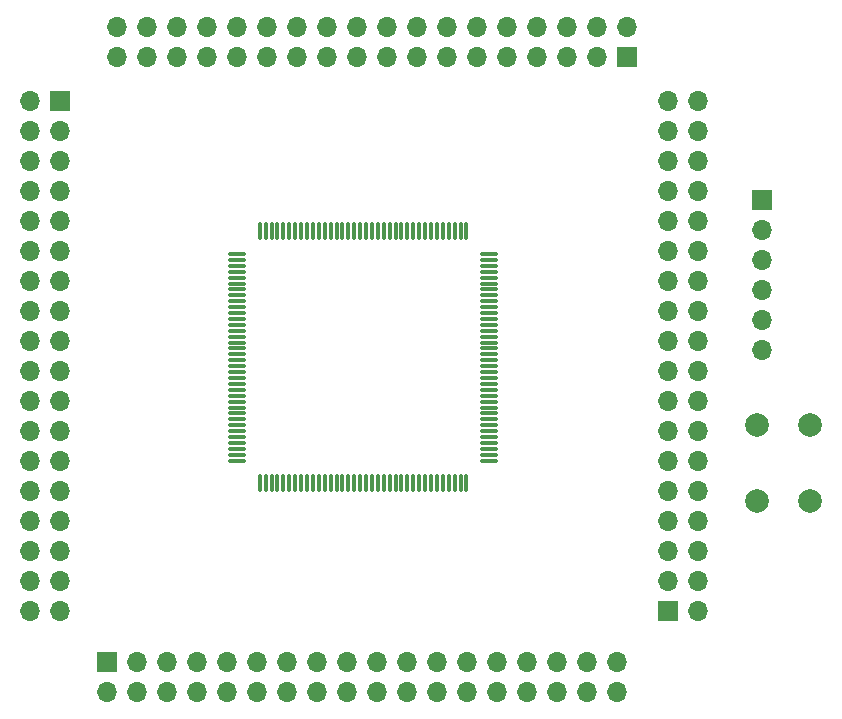
<source format=gbr>
%TF.GenerationSoftware,KiCad,Pcbnew,7.0.0*%
%TF.CreationDate,2023-03-08T02:35:56-06:00*%
%TF.ProjectId,finalproj_breakout,66696e61-6c70-4726-9f6a-5f627265616b,rev?*%
%TF.SameCoordinates,Original*%
%TF.FileFunction,Soldermask,Top*%
%TF.FilePolarity,Negative*%
%FSLAX46Y46*%
G04 Gerber Fmt 4.6, Leading zero omitted, Abs format (unit mm)*
G04 Created by KiCad (PCBNEW 7.0.0) date 2023-03-08 02:35:56*
%MOMM*%
%LPD*%
G01*
G04 APERTURE LIST*
G04 Aperture macros list*
%AMRoundRect*
0 Rectangle with rounded corners*
0 $1 Rounding radius*
0 $2 $3 $4 $5 $6 $7 $8 $9 X,Y pos of 4 corners*
0 Add a 4 corners polygon primitive as box body*
4,1,4,$2,$3,$4,$5,$6,$7,$8,$9,$2,$3,0*
0 Add four circle primitives for the rounded corners*
1,1,$1+$1,$2,$3*
1,1,$1+$1,$4,$5*
1,1,$1+$1,$6,$7*
1,1,$1+$1,$8,$9*
0 Add four rect primitives between the rounded corners*
20,1,$1+$1,$2,$3,$4,$5,0*
20,1,$1+$1,$4,$5,$6,$7,0*
20,1,$1+$1,$6,$7,$8,$9,0*
20,1,$1+$1,$8,$9,$2,$3,0*%
G04 Aperture macros list end*
%ADD10R,1.700000X1.700000*%
%ADD11O,1.700000X1.700000*%
%ADD12C,2.000000*%
%ADD13RoundRect,0.075000X-0.662500X-0.075000X0.662500X-0.075000X0.662500X0.075000X-0.662500X0.075000X0*%
%ADD14RoundRect,0.075000X-0.075000X-0.662500X0.075000X-0.662500X0.075000X0.662500X-0.075000X0.662500X0*%
G04 APERTURE END LIST*
D10*
%TO.C,J8*%
X226059999Y-65912999D03*
D11*
X226059999Y-68452999D03*
X226059999Y-70992999D03*
X226059999Y-73532999D03*
X226059999Y-76072999D03*
X226059999Y-78612999D03*
%TD*%
D12*
%TO.C,SW1*%
X225624000Y-91440000D03*
X225624000Y-84940000D03*
X230124000Y-91440000D03*
X230124000Y-84940000D03*
%TD*%
D13*
%TO.C,U1*%
X181615500Y-70498000D03*
X181615500Y-70998000D03*
X181615500Y-71498000D03*
X181615500Y-71998000D03*
X181615500Y-72498000D03*
X181615500Y-72998000D03*
X181615500Y-73498000D03*
X181615500Y-73998000D03*
X181615500Y-74498000D03*
X181615500Y-74998000D03*
X181615500Y-75498000D03*
X181615500Y-75998000D03*
X181615500Y-76498000D03*
X181615500Y-76998000D03*
X181615500Y-77498000D03*
X181615500Y-77998000D03*
X181615500Y-78498000D03*
X181615500Y-78998000D03*
X181615500Y-79498000D03*
X181615500Y-79998000D03*
X181615500Y-80498000D03*
X181615500Y-80998000D03*
X181615500Y-81498000D03*
X181615500Y-81998000D03*
X181615500Y-82498000D03*
X181615500Y-82998000D03*
X181615500Y-83498000D03*
X181615500Y-83998000D03*
X181615500Y-84498000D03*
X181615500Y-84998000D03*
X181615500Y-85498000D03*
X181615500Y-85998000D03*
X181615500Y-86498000D03*
X181615500Y-86998000D03*
X181615500Y-87498000D03*
X181615500Y-87998000D03*
D14*
X183528000Y-89910500D03*
X184028000Y-89910500D03*
X184528000Y-89910500D03*
X185028000Y-89910500D03*
X185528000Y-89910500D03*
X186028000Y-89910500D03*
X186528000Y-89910500D03*
X187028000Y-89910500D03*
X187528000Y-89910500D03*
X188028000Y-89910500D03*
X188528000Y-89910500D03*
X189028000Y-89910500D03*
X189528000Y-89910500D03*
X190028000Y-89910500D03*
X190528000Y-89910500D03*
X191028000Y-89910500D03*
X191528000Y-89910500D03*
X192028000Y-89910500D03*
X192528000Y-89910500D03*
X193028000Y-89910500D03*
X193528000Y-89910500D03*
X194028000Y-89910500D03*
X194528000Y-89910500D03*
X195028000Y-89910500D03*
X195528000Y-89910500D03*
X196028000Y-89910500D03*
X196528000Y-89910500D03*
X197028000Y-89910500D03*
X197528000Y-89910500D03*
X198028000Y-89910500D03*
X198528000Y-89910500D03*
X199028000Y-89910500D03*
X199528000Y-89910500D03*
X200028000Y-89910500D03*
X200528000Y-89910500D03*
X201028000Y-89910500D03*
D13*
X202940500Y-87998000D03*
X202940500Y-87498000D03*
X202940500Y-86998000D03*
X202940500Y-86498000D03*
X202940500Y-85998000D03*
X202940500Y-85498000D03*
X202940500Y-84998000D03*
X202940500Y-84498000D03*
X202940500Y-83998000D03*
X202940500Y-83498000D03*
X202940500Y-82998000D03*
X202940500Y-82498000D03*
X202940500Y-81998000D03*
X202940500Y-81498000D03*
X202940500Y-80998000D03*
X202940500Y-80498000D03*
X202940500Y-79998000D03*
X202940500Y-79498000D03*
X202940500Y-78998000D03*
X202940500Y-78498000D03*
X202940500Y-77998000D03*
X202940500Y-77498000D03*
X202940500Y-76998000D03*
X202940500Y-76498000D03*
X202940500Y-75998000D03*
X202940500Y-75498000D03*
X202940500Y-74998000D03*
X202940500Y-74498000D03*
X202940500Y-73998000D03*
X202940500Y-73498000D03*
X202940500Y-72998000D03*
X202940500Y-72498000D03*
X202940500Y-71998000D03*
X202940500Y-71498000D03*
X202940500Y-70998000D03*
X202940500Y-70498000D03*
D14*
X201028000Y-68585500D03*
X200528000Y-68585500D03*
X200028000Y-68585500D03*
X199528000Y-68585500D03*
X199028000Y-68585500D03*
X198528000Y-68585500D03*
X198028000Y-68585500D03*
X197528000Y-68585500D03*
X197028000Y-68585500D03*
X196528000Y-68585500D03*
X196028000Y-68585500D03*
X195528000Y-68585500D03*
X195028000Y-68585500D03*
X194528000Y-68585500D03*
X194028000Y-68585500D03*
X193528000Y-68585500D03*
X193028000Y-68585500D03*
X192528000Y-68585500D03*
X192028000Y-68585500D03*
X191528000Y-68585500D03*
X191028000Y-68585500D03*
X190528000Y-68585500D03*
X190028000Y-68585500D03*
X189528000Y-68585500D03*
X189028000Y-68585500D03*
X188528000Y-68585500D03*
X188028000Y-68585500D03*
X187528000Y-68585500D03*
X187028000Y-68585500D03*
X186528000Y-68585500D03*
X186028000Y-68585500D03*
X185528000Y-68585500D03*
X185028000Y-68585500D03*
X184528000Y-68585500D03*
X184028000Y-68585500D03*
X183528000Y-68585500D03*
%TD*%
D10*
%TO.C,J3*%
X218058999Y-100710999D03*
D11*
X220598999Y-100710999D03*
X218058999Y-98170999D03*
X220598999Y-98170999D03*
X218058999Y-95630999D03*
X220598999Y-95630999D03*
X218058999Y-93090999D03*
X220598999Y-93090999D03*
X218058999Y-90550999D03*
X220598999Y-90550999D03*
X218058999Y-88010999D03*
X220598999Y-88010999D03*
X218058999Y-85470999D03*
X220598999Y-85470999D03*
X218058999Y-82930999D03*
X220598999Y-82930999D03*
X218058999Y-80390999D03*
X220598999Y-80390999D03*
X218058999Y-77850999D03*
X220598999Y-77850999D03*
X218058999Y-75310999D03*
X220598999Y-75310999D03*
X218058999Y-72770999D03*
X220598999Y-72770999D03*
X218058999Y-70230999D03*
X220598999Y-70230999D03*
X218058999Y-67690999D03*
X220598999Y-67690999D03*
X218058999Y-65150999D03*
X220598999Y-65150999D03*
X218058999Y-62610999D03*
X220598999Y-62610999D03*
X218058999Y-60070999D03*
X220598999Y-60070999D03*
X218058999Y-57530999D03*
X220598999Y-57530999D03*
%TD*%
D10*
%TO.C,J4*%
X170560999Y-105028999D03*
D11*
X170560999Y-107568999D03*
X173100999Y-105028999D03*
X173100999Y-107568999D03*
X175640999Y-105028999D03*
X175640999Y-107568999D03*
X178180999Y-105028999D03*
X178180999Y-107568999D03*
X180720999Y-105028999D03*
X180720999Y-107568999D03*
X183260999Y-105028999D03*
X183260999Y-107568999D03*
X185800999Y-105028999D03*
X185800999Y-107568999D03*
X188340999Y-105028999D03*
X188340999Y-107568999D03*
X190880999Y-105028999D03*
X190880999Y-107568999D03*
X193420999Y-105028999D03*
X193420999Y-107568999D03*
X195960999Y-105028999D03*
X195960999Y-107568999D03*
X198500999Y-105028999D03*
X198500999Y-107568999D03*
X201040999Y-105028999D03*
X201040999Y-107568999D03*
X203580999Y-105028999D03*
X203580999Y-107568999D03*
X206120999Y-105028999D03*
X206120999Y-107568999D03*
X208660999Y-105028999D03*
X208660999Y-107568999D03*
X211200999Y-105028999D03*
X211200999Y-107568999D03*
X213740999Y-105028999D03*
X213740999Y-107568999D03*
%TD*%
D10*
%TO.C,J2*%
X166623999Y-57530999D03*
D11*
X164083999Y-57530999D03*
X166623999Y-60070999D03*
X164083999Y-60070999D03*
X166623999Y-62610999D03*
X164083999Y-62610999D03*
X166623999Y-65150999D03*
X164083999Y-65150999D03*
X166623999Y-67690999D03*
X164083999Y-67690999D03*
X166623999Y-70230999D03*
X164083999Y-70230999D03*
X166623999Y-72770999D03*
X164083999Y-72770999D03*
X166623999Y-75310999D03*
X164083999Y-75310999D03*
X166623999Y-77850999D03*
X164083999Y-77850999D03*
X166623999Y-80390999D03*
X164083999Y-80390999D03*
X166623999Y-82930999D03*
X164083999Y-82930999D03*
X166623999Y-85470999D03*
X164083999Y-85470999D03*
X166623999Y-88010999D03*
X164083999Y-88010999D03*
X166623999Y-90550999D03*
X164083999Y-90550999D03*
X166623999Y-93090999D03*
X164083999Y-93090999D03*
X166623999Y-95630999D03*
X164083999Y-95630999D03*
X166623999Y-98170999D03*
X164083999Y-98170999D03*
X166623999Y-100710999D03*
X164083999Y-100710999D03*
%TD*%
D10*
%TO.C,J1*%
X214614999Y-53852999D03*
D11*
X214614999Y-51312999D03*
X212074999Y-53852999D03*
X212074999Y-51312999D03*
X209534999Y-53852999D03*
X209534999Y-51312999D03*
X206994999Y-53852999D03*
X206994999Y-51312999D03*
X204454999Y-53852999D03*
X204454999Y-51312999D03*
X201914999Y-53852999D03*
X201914999Y-51312999D03*
X199374999Y-53852999D03*
X199374999Y-51312999D03*
X196834999Y-53852999D03*
X196834999Y-51312999D03*
X194294999Y-53852999D03*
X194294999Y-51312999D03*
X191754999Y-53852999D03*
X191754999Y-51312999D03*
X189214999Y-53852999D03*
X189214999Y-51312999D03*
X186674999Y-53852999D03*
X186674999Y-51312999D03*
X184134999Y-53852999D03*
X184134999Y-51312999D03*
X181594999Y-53852999D03*
X181594999Y-51312999D03*
X179054999Y-53852999D03*
X179054999Y-51312999D03*
X176514999Y-53852999D03*
X176514999Y-51312999D03*
X173974999Y-53852999D03*
X173974999Y-51312999D03*
X171434999Y-53852999D03*
X171434999Y-51312999D03*
%TD*%
M02*

</source>
